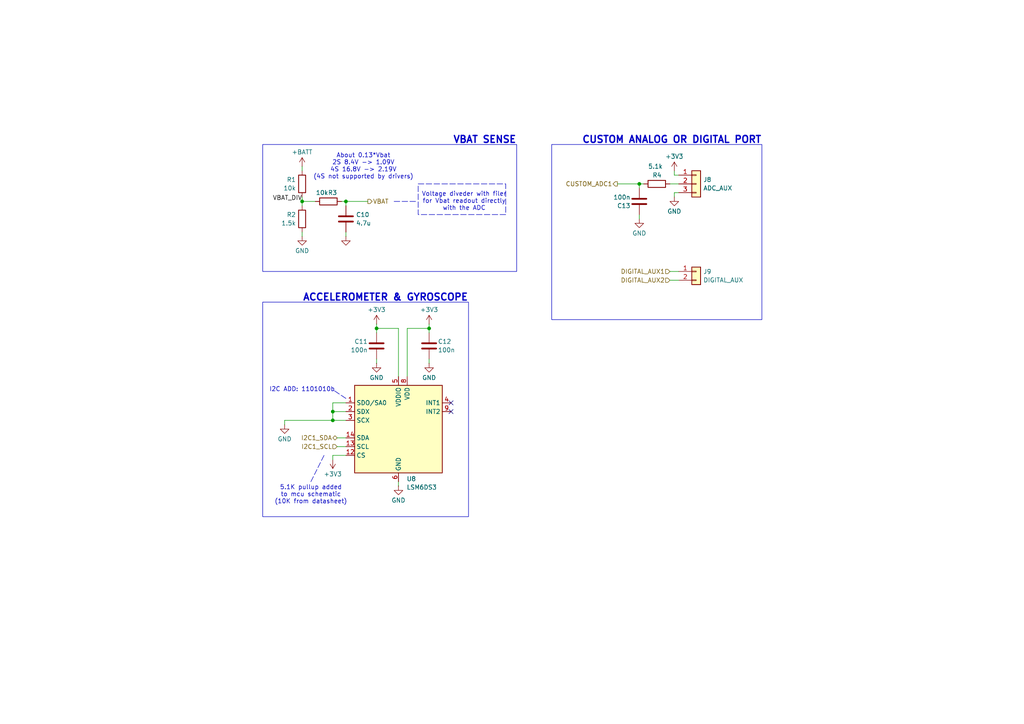
<source format=kicad_sch>
(kicad_sch
	(version 20250114)
	(generator "eeschema")
	(generator_version "9.0")
	(uuid "c7f7f791-9a84-46ad-b66b-2fa59e92b8e1")
	(paper "A4")
	(title_block
		(title "Ant Robot control board")
		(date "2025-05-05")
		(rev "2.0")
		(company "Filippo Castellan")
	)
	(lib_symbols
		(symbol "Connector_Generic:Conn_01x02"
			(pin_names
				(offset 1.016)
				(hide yes)
			)
			(exclude_from_sim no)
			(in_bom yes)
			(on_board yes)
			(property "Reference" "J"
				(at 0 2.54 0)
				(effects
					(font
						(size 1.27 1.27)
					)
				)
			)
			(property "Value" "Conn_01x02"
				(at 0 -5.08 0)
				(effects
					(font
						(size 1.27 1.27)
					)
				)
			)
			(property "Footprint" ""
				(at 0 0 0)
				(effects
					(font
						(size 1.27 1.27)
					)
					(hide yes)
				)
			)
			(property "Datasheet" "~"
				(at 0 0 0)
				(effects
					(font
						(size 1.27 1.27)
					)
					(hide yes)
				)
			)
			(property "Description" "Generic connector, single row, 01x02, script generated (kicad-library-utils/schlib/autogen/connector/)"
				(at 0 0 0)
				(effects
					(font
						(size 1.27 1.27)
					)
					(hide yes)
				)
			)
			(property "ki_keywords" "connector"
				(at 0 0 0)
				(effects
					(font
						(size 1.27 1.27)
					)
					(hide yes)
				)
			)
			(property "ki_fp_filters" "Connector*:*_1x??_*"
				(at 0 0 0)
				(effects
					(font
						(size 1.27 1.27)
					)
					(hide yes)
				)
			)
			(symbol "Conn_01x02_1_1"
				(rectangle
					(start -1.27 1.27)
					(end 1.27 -3.81)
					(stroke
						(width 0.254)
						(type default)
					)
					(fill
						(type background)
					)
				)
				(rectangle
					(start -1.27 0.127)
					(end 0 -0.127)
					(stroke
						(width 0.1524)
						(type default)
					)
					(fill
						(type none)
					)
				)
				(rectangle
					(start -1.27 -2.413)
					(end 0 -2.667)
					(stroke
						(width 0.1524)
						(type default)
					)
					(fill
						(type none)
					)
				)
				(pin passive line
					(at -5.08 0 0)
					(length 3.81)
					(name "Pin_1"
						(effects
							(font
								(size 1.27 1.27)
							)
						)
					)
					(number "1"
						(effects
							(font
								(size 1.27 1.27)
							)
						)
					)
				)
				(pin passive line
					(at -5.08 -2.54 0)
					(length 3.81)
					(name "Pin_2"
						(effects
							(font
								(size 1.27 1.27)
							)
						)
					)
					(number "2"
						(effects
							(font
								(size 1.27 1.27)
							)
						)
					)
				)
			)
			(embedded_fonts no)
		)
		(symbol "Connector_Generic:Conn_01x03"
			(pin_names
				(offset 1.016)
				(hide yes)
			)
			(exclude_from_sim no)
			(in_bom yes)
			(on_board yes)
			(property "Reference" "J"
				(at 0 5.08 0)
				(effects
					(font
						(size 1.27 1.27)
					)
				)
			)
			(property "Value" "Conn_01x03"
				(at 0 -5.08 0)
				(effects
					(font
						(size 1.27 1.27)
					)
				)
			)
			(property "Footprint" ""
				(at 0 0 0)
				(effects
					(font
						(size 1.27 1.27)
					)
					(hide yes)
				)
			)
			(property "Datasheet" "~"
				(at 0 0 0)
				(effects
					(font
						(size 1.27 1.27)
					)
					(hide yes)
				)
			)
			(property "Description" "Generic connector, single row, 01x03, script generated (kicad-library-utils/schlib/autogen/connector/)"
				(at 0 0 0)
				(effects
					(font
						(size 1.27 1.27)
					)
					(hide yes)
				)
			)
			(property "ki_keywords" "connector"
				(at 0 0 0)
				(effects
					(font
						(size 1.27 1.27)
					)
					(hide yes)
				)
			)
			(property "ki_fp_filters" "Connector*:*_1x??_*"
				(at 0 0 0)
				(effects
					(font
						(size 1.27 1.27)
					)
					(hide yes)
				)
			)
			(symbol "Conn_01x03_1_1"
				(rectangle
					(start -1.27 3.81)
					(end 1.27 -3.81)
					(stroke
						(width 0.254)
						(type default)
					)
					(fill
						(type background)
					)
				)
				(rectangle
					(start -1.27 2.667)
					(end 0 2.413)
					(stroke
						(width 0.1524)
						(type default)
					)
					(fill
						(type none)
					)
				)
				(rectangle
					(start -1.27 0.127)
					(end 0 -0.127)
					(stroke
						(width 0.1524)
						(type default)
					)
					(fill
						(type none)
					)
				)
				(rectangle
					(start -1.27 -2.413)
					(end 0 -2.667)
					(stroke
						(width 0.1524)
						(type default)
					)
					(fill
						(type none)
					)
				)
				(pin passive line
					(at -5.08 2.54 0)
					(length 3.81)
					(name "Pin_1"
						(effects
							(font
								(size 1.27 1.27)
							)
						)
					)
					(number "1"
						(effects
							(font
								(size 1.27 1.27)
							)
						)
					)
				)
				(pin passive line
					(at -5.08 0 0)
					(length 3.81)
					(name "Pin_2"
						(effects
							(font
								(size 1.27 1.27)
							)
						)
					)
					(number "2"
						(effects
							(font
								(size 1.27 1.27)
							)
						)
					)
				)
				(pin passive line
					(at -5.08 -2.54 0)
					(length 3.81)
					(name "Pin_3"
						(effects
							(font
								(size 1.27 1.27)
							)
						)
					)
					(number "3"
						(effects
							(font
								(size 1.27 1.27)
							)
						)
					)
				)
			)
			(embedded_fonts no)
		)
		(symbol "Device:C"
			(pin_numbers
				(hide yes)
			)
			(pin_names
				(offset 0.254)
			)
			(exclude_from_sim no)
			(in_bom yes)
			(on_board yes)
			(property "Reference" "C"
				(at 0.635 2.54 0)
				(effects
					(font
						(size 1.27 1.27)
					)
					(justify left)
				)
			)
			(property "Value" "C"
				(at 0.635 -2.54 0)
				(effects
					(font
						(size 1.27 1.27)
					)
					(justify left)
				)
			)
			(property "Footprint" ""
				(at 0.9652 -3.81 0)
				(effects
					(font
						(size 1.27 1.27)
					)
					(hide yes)
				)
			)
			(property "Datasheet" "~"
				(at 0 0 0)
				(effects
					(font
						(size 1.27 1.27)
					)
					(hide yes)
				)
			)
			(property "Description" "Unpolarized capacitor"
				(at 0 0 0)
				(effects
					(font
						(size 1.27 1.27)
					)
					(hide yes)
				)
			)
			(property "ki_keywords" "cap capacitor"
				(at 0 0 0)
				(effects
					(font
						(size 1.27 1.27)
					)
					(hide yes)
				)
			)
			(property "ki_fp_filters" "C_*"
				(at 0 0 0)
				(effects
					(font
						(size 1.27 1.27)
					)
					(hide yes)
				)
			)
			(symbol "C_0_1"
				(polyline
					(pts
						(xy -2.032 0.762) (xy 2.032 0.762)
					)
					(stroke
						(width 0.508)
						(type default)
					)
					(fill
						(type none)
					)
				)
				(polyline
					(pts
						(xy -2.032 -0.762) (xy 2.032 -0.762)
					)
					(stroke
						(width 0.508)
						(type default)
					)
					(fill
						(type none)
					)
				)
			)
			(symbol "C_1_1"
				(pin passive line
					(at 0 3.81 270)
					(length 2.794)
					(name "~"
						(effects
							(font
								(size 1.27 1.27)
							)
						)
					)
					(number "1"
						(effects
							(font
								(size 1.27 1.27)
							)
						)
					)
				)
				(pin passive line
					(at 0 -3.81 90)
					(length 2.794)
					(name "~"
						(effects
							(font
								(size 1.27 1.27)
							)
						)
					)
					(number "2"
						(effects
							(font
								(size 1.27 1.27)
							)
						)
					)
				)
			)
			(embedded_fonts no)
		)
		(symbol "Device:R"
			(pin_numbers
				(hide yes)
			)
			(pin_names
				(offset 0)
			)
			(exclude_from_sim no)
			(in_bom yes)
			(on_board yes)
			(property "Reference" "R"
				(at 2.032 0 90)
				(effects
					(font
						(size 1.27 1.27)
					)
				)
			)
			(property "Value" "R"
				(at 0 0 90)
				(effects
					(font
						(size 1.27 1.27)
					)
				)
			)
			(property "Footprint" ""
				(at -1.778 0 90)
				(effects
					(font
						(size 1.27 1.27)
					)
					(hide yes)
				)
			)
			(property "Datasheet" "~"
				(at 0 0 0)
				(effects
					(font
						(size 1.27 1.27)
					)
					(hide yes)
				)
			)
			(property "Description" "Resistor"
				(at 0 0 0)
				(effects
					(font
						(size 1.27 1.27)
					)
					(hide yes)
				)
			)
			(property "ki_keywords" "R res resistor"
				(at 0 0 0)
				(effects
					(font
						(size 1.27 1.27)
					)
					(hide yes)
				)
			)
			(property "ki_fp_filters" "R_*"
				(at 0 0 0)
				(effects
					(font
						(size 1.27 1.27)
					)
					(hide yes)
				)
			)
			(symbol "R_0_1"
				(rectangle
					(start -1.016 -2.54)
					(end 1.016 2.54)
					(stroke
						(width 0.254)
						(type default)
					)
					(fill
						(type none)
					)
				)
			)
			(symbol "R_1_1"
				(pin passive line
					(at 0 3.81 270)
					(length 1.27)
					(name "~"
						(effects
							(font
								(size 1.27 1.27)
							)
						)
					)
					(number "1"
						(effects
							(font
								(size 1.27 1.27)
							)
						)
					)
				)
				(pin passive line
					(at 0 -3.81 90)
					(length 1.27)
					(name "~"
						(effects
							(font
								(size 1.27 1.27)
							)
						)
					)
					(number "2"
						(effects
							(font
								(size 1.27 1.27)
							)
						)
					)
				)
			)
			(embedded_fonts no)
		)
		(symbol "Sensor_Motion:LSM6DS3"
			(exclude_from_sim no)
			(in_bom yes)
			(on_board yes)
			(property "Reference" "U"
				(at -11.43 15.24 0)
				(effects
					(font
						(size 1.27 1.27)
					)
					(justify left)
				)
			)
			(property "Value" "LSM6DS3"
				(at -11.43 12.7 0)
				(effects
					(font
						(size 1.27 1.27)
					)
					(justify left bottom)
				)
			)
			(property "Footprint" "Package_LGA:LGA-14_3x2.5mm_P0.5mm_LayoutBorder3x4y"
				(at -10.16 -17.78 0)
				(effects
					(font
						(size 1.27 1.27)
					)
					(justify left)
					(hide yes)
				)
			)
			(property "Datasheet" "https://www.st.com/resource/en/datasheet/lsm6ds3tr-c.pdf"
				(at 2.54 -16.51 0)
				(effects
					(font
						(size 1.27 1.27)
					)
					(hide yes)
				)
			)
			(property "Description" "I2C/SPI, iNEMO inertial module: always-on 3D accelerometer and 3D gyroscope"
				(at 0 0 0)
				(effects
					(font
						(size 1.27 1.27)
					)
					(hide yes)
				)
			)
			(property "ki_keywords" "Accelerometer Gyroscope MEMS"
				(at 0 0 0)
				(effects
					(font
						(size 1.27 1.27)
					)
					(hide yes)
				)
			)
			(property "ki_fp_filters" "LGA*3x2.5mm*P0.5mm*LayoutBorder3x4y*"
				(at 0 0 0)
				(effects
					(font
						(size 1.27 1.27)
					)
					(hide yes)
				)
			)
			(symbol "LSM6DS3_0_1"
				(rectangle
					(start -12.7 12.7)
					(end 12.7 -12.7)
					(stroke
						(width 0.254)
						(type default)
					)
					(fill
						(type background)
					)
				)
			)
			(symbol "LSM6DS3_1_1"
				(pin bidirectional line
					(at -15.24 7.62 0)
					(length 2.54)
					(name "SDO/SA0"
						(effects
							(font
								(size 1.27 1.27)
							)
						)
					)
					(number "1"
						(effects
							(font
								(size 1.27 1.27)
							)
						)
					)
				)
				(pin bidirectional line
					(at -15.24 5.08 0)
					(length 2.54)
					(name "SDX"
						(effects
							(font
								(size 1.27 1.27)
							)
						)
					)
					(number "2"
						(effects
							(font
								(size 1.27 1.27)
							)
						)
					)
				)
				(pin input line
					(at -15.24 2.54 0)
					(length 2.54)
					(name "SCX"
						(effects
							(font
								(size 1.27 1.27)
							)
						)
					)
					(number "3"
						(effects
							(font
								(size 1.27 1.27)
							)
						)
					)
				)
				(pin bidirectional line
					(at -15.24 -2.54 0)
					(length 2.54)
					(name "SDA"
						(effects
							(font
								(size 1.27 1.27)
							)
						)
					)
					(number "14"
						(effects
							(font
								(size 1.27 1.27)
							)
						)
					)
				)
				(pin input line
					(at -15.24 -5.08 0)
					(length 2.54)
					(name "SCL"
						(effects
							(font
								(size 1.27 1.27)
							)
						)
					)
					(number "13"
						(effects
							(font
								(size 1.27 1.27)
							)
						)
					)
				)
				(pin input line
					(at -15.24 -7.62 0)
					(length 2.54)
					(name "CS"
						(effects
							(font
								(size 1.27 1.27)
							)
						)
					)
					(number "12"
						(effects
							(font
								(size 1.27 1.27)
							)
						)
					)
				)
				(pin power_in line
					(at 0 15.24 270)
					(length 2.54)
					(name "VDDIO"
						(effects
							(font
								(size 1.27 1.27)
							)
						)
					)
					(number "5"
						(effects
							(font
								(size 1.27 1.27)
							)
						)
					)
				)
				(pin power_in line
					(at 0 -15.24 90)
					(length 2.54)
					(name "GND"
						(effects
							(font
								(size 1.27 1.27)
							)
						)
					)
					(number "6"
						(effects
							(font
								(size 1.27 1.27)
							)
						)
					)
				)
				(pin passive line
					(at 0 -15.24 90)
					(length 2.54)
					(hide yes)
					(name "GND"
						(effects
							(font
								(size 1.27 1.27)
							)
						)
					)
					(number "7"
						(effects
							(font
								(size 1.27 1.27)
							)
						)
					)
				)
				(pin power_in line
					(at 2.54 15.24 270)
					(length 2.54)
					(name "VDD"
						(effects
							(font
								(size 1.27 1.27)
							)
						)
					)
					(number "8"
						(effects
							(font
								(size 1.27 1.27)
							)
						)
					)
				)
				(pin no_connect line
					(at 12.7 -2.54 180)
					(length 3.81)
					(hide yes)
					(name "NC"
						(effects
							(font
								(size 1.27 1.27)
							)
						)
					)
					(number "11"
						(effects
							(font
								(size 1.27 1.27)
							)
						)
					)
				)
				(pin no_connect line
					(at 12.7 -5.08 180)
					(length 3.81)
					(hide yes)
					(name "NC"
						(effects
							(font
								(size 1.27 1.27)
							)
						)
					)
					(number "10"
						(effects
							(font
								(size 1.27 1.27)
							)
						)
					)
				)
				(pin output line
					(at 15.24 7.62 180)
					(length 2.54)
					(name "INT1"
						(effects
							(font
								(size 1.27 1.27)
							)
						)
					)
					(number "4"
						(effects
							(font
								(size 1.27 1.27)
							)
						)
					)
				)
				(pin output line
					(at 15.24 5.08 180)
					(length 2.54)
					(name "INT2"
						(effects
							(font
								(size 1.27 1.27)
							)
						)
					)
					(number "9"
						(effects
							(font
								(size 1.27 1.27)
							)
						)
					)
				)
			)
			(embedded_fonts no)
		)
		(symbol "power:+3V3"
			(power)
			(pin_numbers
				(hide yes)
			)
			(pin_names
				(offset 0)
				(hide yes)
			)
			(exclude_from_sim no)
			(in_bom yes)
			(on_board yes)
			(property "Reference" "#PWR"
				(at 0 -3.81 0)
				(effects
					(font
						(size 1.27 1.27)
					)
					(hide yes)
				)
			)
			(property "Value" "+3V3"
				(at 0 3.556 0)
				(effects
					(font
						(size 1.27 1.27)
					)
				)
			)
			(property "Footprint" ""
				(at 0 0 0)
				(effects
					(font
						(size 1.27 1.27)
					)
					(hide yes)
				)
			)
			(property "Datasheet" ""
				(at 0 0 0)
				(effects
					(font
						(size 1.27 1.27)
					)
					(hide yes)
				)
			)
			(property "Description" "Power symbol creates a global label with name \"+3V3\""
				(at 0 0 0)
				(effects
					(font
						(size 1.27 1.27)
					)
					(hide yes)
				)
			)
			(property "ki_keywords" "global power"
				(at 0 0 0)
				(effects
					(font
						(size 1.27 1.27)
					)
					(hide yes)
				)
			)
			(symbol "+3V3_0_1"
				(polyline
					(pts
						(xy -0.762 1.27) (xy 0 2.54)
					)
					(stroke
						(width 0)
						(type default)
					)
					(fill
						(type none)
					)
				)
				(polyline
					(pts
						(xy 0 2.54) (xy 0.762 1.27)
					)
					(stroke
						(width 0)
						(type default)
					)
					(fill
						(type none)
					)
				)
				(polyline
					(pts
						(xy 0 0) (xy 0 2.54)
					)
					(stroke
						(width 0)
						(type default)
					)
					(fill
						(type none)
					)
				)
			)
			(symbol "+3V3_1_1"
				(pin power_in line
					(at 0 0 90)
					(length 0)
					(name "~"
						(effects
							(font
								(size 1.27 1.27)
							)
						)
					)
					(number "1"
						(effects
							(font
								(size 1.27 1.27)
							)
						)
					)
				)
			)
			(embedded_fonts no)
		)
		(symbol "power:+BATT"
			(power)
			(pin_numbers
				(hide yes)
			)
			(pin_names
				(offset 0)
				(hide yes)
			)
			(exclude_from_sim no)
			(in_bom yes)
			(on_board yes)
			(property "Reference" "#PWR"
				(at 0 -3.81 0)
				(effects
					(font
						(size 1.27 1.27)
					)
					(hide yes)
				)
			)
			(property "Value" "+BATT"
				(at 0 3.556 0)
				(effects
					(font
						(size 1.27 1.27)
					)
				)
			)
			(property "Footprint" ""
				(at 0 0 0)
				(effects
					(font
						(size 1.27 1.27)
					)
					(hide yes)
				)
			)
			(property "Datasheet" ""
				(at 0 0 0)
				(effects
					(font
						(size 1.27 1.27)
					)
					(hide yes)
				)
			)
			(property "Description" "Power symbol creates a global label with name \"+BATT\""
				(at 0 0 0)
				(effects
					(font
						(size 1.27 1.27)
					)
					(hide yes)
				)
			)
			(property "ki_keywords" "global power battery"
				(at 0 0 0)
				(effects
					(font
						(size 1.27 1.27)
					)
					(hide yes)
				)
			)
			(symbol "+BATT_0_1"
				(polyline
					(pts
						(xy -0.762 1.27) (xy 0 2.54)
					)
					(stroke
						(width 0)
						(type default)
					)
					(fill
						(type none)
					)
				)
				(polyline
					(pts
						(xy 0 2.54) (xy 0.762 1.27)
					)
					(stroke
						(width 0)
						(type default)
					)
					(fill
						(type none)
					)
				)
				(polyline
					(pts
						(xy 0 0) (xy 0 2.54)
					)
					(stroke
						(width 0)
						(type default)
					)
					(fill
						(type none)
					)
				)
			)
			(symbol "+BATT_1_1"
				(pin power_in line
					(at 0 0 90)
					(length 0)
					(name "~"
						(effects
							(font
								(size 1.27 1.27)
							)
						)
					)
					(number "1"
						(effects
							(font
								(size 1.27 1.27)
							)
						)
					)
				)
			)
			(embedded_fonts no)
		)
		(symbol "power:GND"
			(power)
			(pin_numbers
				(hide yes)
			)
			(pin_names
				(offset 0)
				(hide yes)
			)
			(exclude_from_sim no)
			(in_bom yes)
			(on_board yes)
			(property "Reference" "#PWR"
				(at 0 -6.35 0)
				(effects
					(font
						(size 1.27 1.27)
					)
					(hide yes)
				)
			)
			(property "Value" "GND"
				(at 0 -3.81 0)
				(effects
					(font
						(size 1.27 1.27)
					)
				)
			)
			(property "Footprint" ""
				(at 0 0 0)
				(effects
					(font
						(size 1.27 1.27)
					)
					(hide yes)
				)
			)
			(property "Datasheet" ""
				(at 0 0 0)
				(effects
					(font
						(size 1.27 1.27)
					)
					(hide yes)
				)
			)
			(property "Description" "Power symbol creates a global label with name \"GND\" , ground"
				(at 0 0 0)
				(effects
					(font
						(size 1.27 1.27)
					)
					(hide yes)
				)
			)
			(property "ki_keywords" "global power"
				(at 0 0 0)
				(effects
					(font
						(size 1.27 1.27)
					)
					(hide yes)
				)
			)
			(symbol "GND_0_1"
				(polyline
					(pts
						(xy 0 0) (xy 0 -1.27) (xy 1.27 -1.27) (xy 0 -2.54) (xy -1.27 -1.27) (xy 0 -1.27)
					)
					(stroke
						(width 0)
						(type default)
					)
					(fill
						(type none)
					)
				)
			)
			(symbol "GND_1_1"
				(pin power_in line
					(at 0 0 270)
					(length 0)
					(name "~"
						(effects
							(font
								(size 1.27 1.27)
							)
						)
					)
					(number "1"
						(effects
							(font
								(size 1.27 1.27)
							)
						)
					)
				)
			)
			(embedded_fonts no)
		)
	)
	(rectangle
		(start 160.02 41.91)
		(end 220.98 92.71)
		(stroke
			(width 0)
			(type default)
		)
		(fill
			(type none)
		)
		(uuid 147d26a2-586c-4024-bbc9-347bb101f8bd)
	)
	(rectangle
		(start 76.2 41.91)
		(end 149.86 78.74)
		(stroke
			(width 0)
			(type default)
		)
		(fill
			(type none)
		)
		(uuid 8b80aa8e-84f0-4e8e-b7b9-3cc9aedff0f5)
	)
	(rectangle
		(start 121.285 53.34)
		(end 146.685 62.23)
		(stroke
			(width 0)
			(type dash)
		)
		(fill
			(type none)
		)
		(uuid c08d291e-8768-4632-90f7-38bd89884bf6)
	)
	(rectangle
		(start 76.2 87.63)
		(end 135.89 149.86)
		(stroke
			(width 0)
			(type default)
		)
		(fill
			(type none)
		)
		(uuid edbcd1da-0be3-4b1b-9457-a701a9967d81)
	)
	(text "VBAT SENSE"
		(exclude_from_sim no)
		(at 149.86 40.64 0)
		(effects
			(font
				(size 2 2)
				(thickness 0.4)
				(bold yes)
			)
			(justify right)
		)
		(uuid "06bacd71-092d-436c-861f-99836a1a3679")
	)
	(text "About 0.13*Vbat\n2S 8.4V -> 1.09V\n4S 16.8V -> 2.19V\n(4S not supported by drivers)"
		(exclude_from_sim no)
		(at 105.41 48.26 0)
		(effects
			(font
				(size 1.27 1.27)
			)
		)
		(uuid "198207cd-8b38-477b-bce8-a8ce8e19b4e1")
	)
	(text "Voltage diveder with filer\nfor Vbat readout directly\nwith the ADC"
		(exclude_from_sim no)
		(at 134.62 58.42 0)
		(effects
			(font
				(size 1.27 1.27)
			)
		)
		(uuid "9507672b-c31b-4b05-9dcd-55c3584f21dd")
	)
	(text "CUSTOM ANALOG OR DIGITAL PORT"
		(exclude_from_sim no)
		(at 220.98 40.64 0)
		(effects
			(font
				(size 2 2)
				(thickness 0.4)
				(bold yes)
			)
			(justify right)
		)
		(uuid "b4aff678-b5a7-4a33-ad0b-63ddd8ba026b")
	)
	(text "ACCELEROMETER & GYROSCOPE"
		(exclude_from_sim no)
		(at 135.89 86.36 0)
		(effects
			(font
				(size 2 2)
				(thickness 0.4)
				(bold yes)
			)
			(justify right)
		)
		(uuid "bb31a74f-dad5-4ab0-aafa-8c2bd498b58e")
	)
	(text "5.1K pullup added\nto mcu schematic\n(10K from datasheet)"
		(exclude_from_sim no)
		(at 90.17 143.51 0)
		(effects
			(font
				(size 1.27 1.27)
			)
		)
		(uuid "bb987c1e-ccd2-4c5f-8497-9ec7854c1d5d")
	)
	(text "I2C ADD: 1101010b"
		(exclude_from_sim no)
		(at 87.63 113.03 0)
		(effects
			(font
				(size 1.27 1.27)
			)
		)
		(uuid "f743acaf-1482-4541-86f2-0331b1f8a2f3")
	)
	(junction
		(at 109.22 95.25)
		(diameter 0)
		(color 0 0 0 0)
		(uuid "1b8f6d6e-a270-4226-982c-e4bd9500955b")
	)
	(junction
		(at 100.33 58.42)
		(diameter 0)
		(color 0 0 0 0)
		(uuid "57ad2b89-c584-4bdc-835d-bd5fe292897a")
	)
	(junction
		(at 124.46 95.25)
		(diameter 0)
		(color 0 0 0 0)
		(uuid "993187be-20ff-4be5-9a3e-33251588579e")
	)
	(junction
		(at 87.63 58.42)
		(diameter 0)
		(color 0 0 0 0)
		(uuid "abec046d-b20f-4959-9526-f3d6c3521c16")
	)
	(junction
		(at 185.42 53.34)
		(diameter 0)
		(color 0 0 0 0)
		(uuid "be06ec5d-8685-4d2e-9284-1654e6974a29")
	)
	(junction
		(at 96.52 119.38)
		(diameter 0)
		(color 0 0 0 0)
		(uuid "e68e63f3-f039-4cdd-ac81-924b7daa00dc")
	)
	(junction
		(at 96.52 121.92)
		(diameter 0)
		(color 0 0 0 0)
		(uuid "ec2ca153-c178-4e6f-aafd-ac59adebc210")
	)
	(no_connect
		(at 130.81 119.38)
		(uuid "861ce678-e2d6-4da4-840c-cc2ec5f8d87f")
	)
	(no_connect
		(at 130.81 116.84)
		(uuid "c1580fe1-19e0-47ed-a1c1-d5da2d4c2884")
	)
	(wire
		(pts
			(xy 185.42 62.23) (xy 185.42 63.5)
		)
		(stroke
			(width 0)
			(type default)
		)
		(uuid "1dfd6229-7d7f-410c-a01d-c87b9b9aa797")
	)
	(wire
		(pts
			(xy 87.63 58.42) (xy 87.63 59.69)
		)
		(stroke
			(width 0)
			(type default)
		)
		(uuid "22cd9104-9a14-4f57-941c-ff628eedae50")
	)
	(wire
		(pts
			(xy 96.52 132.08) (xy 100.33 132.08)
		)
		(stroke
			(width 0)
			(type default)
		)
		(uuid "264821d6-922c-43d6-92c3-aaade474a527")
	)
	(wire
		(pts
			(xy 194.31 81.28) (xy 196.85 81.28)
		)
		(stroke
			(width 0)
			(type default)
		)
		(uuid "2ade0ea9-f914-4014-9c80-f41cf1f3b226")
	)
	(wire
		(pts
			(xy 87.63 48.26) (xy 87.63 49.53)
		)
		(stroke
			(width 0)
			(type default)
		)
		(uuid "2b287f56-f28a-4a58-a53e-5494e67621ef")
	)
	(wire
		(pts
			(xy 87.63 58.42) (xy 91.44 58.42)
		)
		(stroke
			(width 0)
			(type default)
		)
		(uuid "2e661532-2d69-4073-beb5-1ee6cbe0b20b")
	)
	(wire
		(pts
			(xy 118.11 95.25) (xy 124.46 95.25)
		)
		(stroke
			(width 0)
			(type default)
		)
		(uuid "3616ae68-f73e-40ed-b440-7ad80fcd5b12")
	)
	(wire
		(pts
			(xy 97.79 127) (xy 100.33 127)
		)
		(stroke
			(width 0)
			(type default)
		)
		(uuid "43c60ec9-87c5-4332-b8fd-b6119f1a5e5e")
	)
	(wire
		(pts
			(xy 82.55 123.19) (xy 82.55 121.92)
		)
		(stroke
			(width 0)
			(type default)
		)
		(uuid "4fbb3480-f7bc-437f-8c47-e10587543249")
	)
	(wire
		(pts
			(xy 118.11 109.22) (xy 118.11 95.25)
		)
		(stroke
			(width 0)
			(type default)
		)
		(uuid "53d9509e-5e52-40f6-9ab7-fecd13e6e924")
	)
	(wire
		(pts
			(xy 100.33 119.38) (xy 96.52 119.38)
		)
		(stroke
			(width 0)
			(type default)
		)
		(uuid "55b2dd7f-b86f-4144-beba-e8682bf7fe69")
	)
	(wire
		(pts
			(xy 115.57 95.25) (xy 115.57 109.22)
		)
		(stroke
			(width 0)
			(type default)
		)
		(uuid "57cd8305-7e6f-433d-a9b8-feb03f5744b0")
	)
	(wire
		(pts
			(xy 195.58 50.8) (xy 196.85 50.8)
		)
		(stroke
			(width 0)
			(type default)
		)
		(uuid "59e83c8e-13df-4486-8c20-126fa625abf6")
	)
	(wire
		(pts
			(xy 186.69 53.34) (xy 185.42 53.34)
		)
		(stroke
			(width 0)
			(type default)
		)
		(uuid "5d6d2cd5-c95e-46cd-8fea-f79190d1b7e8")
	)
	(polyline
		(pts
			(xy 100.33 115.57) (xy 96.52 113.03)
		)
		(stroke
			(width 0)
			(type dash)
		)
		(uuid "5f18b53b-a238-4ffd-bd9b-c826fe09511a")
	)
	(wire
		(pts
			(xy 96.52 121.92) (xy 100.33 121.92)
		)
		(stroke
			(width 0)
			(type default)
		)
		(uuid "64579b90-d8d8-4782-9bd5-7c47062c4cb3")
	)
	(wire
		(pts
			(xy 99.06 58.42) (xy 100.33 58.42)
		)
		(stroke
			(width 0)
			(type default)
		)
		(uuid "73b91866-1c24-4ce2-bae8-c725a6f9f858")
	)
	(wire
		(pts
			(xy 109.22 104.14) (xy 109.22 105.41)
		)
		(stroke
			(width 0)
			(type default)
		)
		(uuid "77a2e1d9-486c-41da-b1ad-c7d16a861c5a")
	)
	(wire
		(pts
			(xy 185.42 53.34) (xy 185.42 54.61)
		)
		(stroke
			(width 0)
			(type default)
		)
		(uuid "7d8047e6-3eb0-4eb8-bf45-9767e14b599d")
	)
	(wire
		(pts
			(xy 96.52 116.84) (xy 96.52 119.38)
		)
		(stroke
			(width 0)
			(type default)
		)
		(uuid "870a4c30-a32e-4e8f-9063-84d594850175")
	)
	(wire
		(pts
			(xy 194.31 78.74) (xy 196.85 78.74)
		)
		(stroke
			(width 0)
			(type default)
		)
		(uuid "891cb806-7b52-4379-854b-4f41354c427d")
	)
	(wire
		(pts
			(xy 109.22 95.25) (xy 109.22 96.52)
		)
		(stroke
			(width 0)
			(type default)
		)
		(uuid "93ce0ae0-1fe1-4cdc-86ad-e417e7732f4e")
	)
	(wire
		(pts
			(xy 124.46 96.52) (xy 124.46 95.25)
		)
		(stroke
			(width 0)
			(type default)
		)
		(uuid "94d282c1-55ea-4181-999b-99976bd177cf")
	)
	(wire
		(pts
			(xy 100.33 67.31) (xy 100.33 68.58)
		)
		(stroke
			(width 0)
			(type default)
		)
		(uuid "9a7222ee-2a6d-455e-b71f-6398e665d080")
	)
	(polyline
		(pts
			(xy 93.98 132.08) (xy 90.17 139.7)
		)
		(stroke
			(width 0)
			(type dash)
		)
		(uuid "9a75ba00-191b-42e1-8f31-aabb50431f37")
	)
	(wire
		(pts
			(xy 194.31 53.34) (xy 196.85 53.34)
		)
		(stroke
			(width 0)
			(type default)
		)
		(uuid "9ccb04f3-bae4-4031-9a27-3255f386234a")
	)
	(wire
		(pts
			(xy 109.22 93.98) (xy 109.22 95.25)
		)
		(stroke
			(width 0)
			(type default)
		)
		(uuid "9e5b9d52-eafd-448a-bcdd-c905ba426436")
	)
	(wire
		(pts
			(xy 195.58 55.88) (xy 195.58 57.15)
		)
		(stroke
			(width 0)
			(type default)
		)
		(uuid "a66ca30b-6ddd-4eba-88b8-82be14cdfec6")
	)
	(wire
		(pts
			(xy 115.57 95.25) (xy 109.22 95.25)
		)
		(stroke
			(width 0)
			(type default)
		)
		(uuid "a7f2dca8-d076-4bbe-9008-a3a0da440f92")
	)
	(wire
		(pts
			(xy 124.46 93.98) (xy 124.46 95.25)
		)
		(stroke
			(width 0)
			(type default)
		)
		(uuid "a80dfe23-f97f-4323-810e-be6a9f9ddf62")
	)
	(polyline
		(pts
			(xy 114.3 58.42) (xy 120.65 58.42)
		)
		(stroke
			(width 0)
			(type dash)
		)
		(uuid "ae6380f2-c2de-40b3-b211-33548e460424")
	)
	(wire
		(pts
			(xy 87.63 57.15) (xy 87.63 58.42)
		)
		(stroke
			(width 0)
			(type default)
		)
		(uuid "b32c01e5-1318-4984-9ed6-d63bdf8e8d8a")
	)
	(wire
		(pts
			(xy 124.46 104.14) (xy 124.46 105.41)
		)
		(stroke
			(width 0)
			(type default)
		)
		(uuid "b88aadc0-e56c-42cf-98a2-412674b3b466")
	)
	(wire
		(pts
			(xy 96.52 119.38) (xy 96.52 121.92)
		)
		(stroke
			(width 0)
			(type default)
		)
		(uuid "c2940e91-a2f6-4b6a-ad29-b243d577bb9d")
	)
	(wire
		(pts
			(xy 195.58 49.53) (xy 195.58 50.8)
		)
		(stroke
			(width 0)
			(type default)
		)
		(uuid "c9ace0d2-9802-49a6-8276-ecd661c163c4")
	)
	(wire
		(pts
			(xy 100.33 58.42) (xy 100.33 59.69)
		)
		(stroke
			(width 0)
			(type default)
		)
		(uuid "cea92fec-8908-4d3d-832b-254e5294ecb8")
	)
	(wire
		(pts
			(xy 87.63 67.31) (xy 87.63 68.58)
		)
		(stroke
			(width 0)
			(type default)
		)
		(uuid "d0860030-6412-4dc0-8f2e-39f71824a21d")
	)
	(wire
		(pts
			(xy 115.57 139.7) (xy 115.57 140.97)
		)
		(stroke
			(width 0)
			(type default)
		)
		(uuid "d54c9d98-3b69-4315-bf28-1dec2a7d7aa8")
	)
	(wire
		(pts
			(xy 196.85 55.88) (xy 195.58 55.88)
		)
		(stroke
			(width 0)
			(type default)
		)
		(uuid "d555ca45-65f6-46fa-bed5-674e46bafcd2")
	)
	(wire
		(pts
			(xy 96.52 121.92) (xy 82.55 121.92)
		)
		(stroke
			(width 0)
			(type default)
		)
		(uuid "db59e6a6-ef4a-4db4-a9bf-cdd2eea33b0a")
	)
	(wire
		(pts
			(xy 96.52 133.35) (xy 96.52 132.08)
		)
		(stroke
			(width 0)
			(type default)
		)
		(uuid "dc0a134f-6df7-41ea-a9b2-11a83767264e")
	)
	(wire
		(pts
			(xy 179.07 53.34) (xy 185.42 53.34)
		)
		(stroke
			(width 0)
			(type default)
		)
		(uuid "e04c29a1-59db-4f50-bd16-db525f555852")
	)
	(wire
		(pts
			(xy 100.33 116.84) (xy 96.52 116.84)
		)
		(stroke
			(width 0)
			(type default)
		)
		(uuid "e33fc443-f4ee-42c3-a112-e612690788a4")
	)
	(wire
		(pts
			(xy 97.79 129.54) (xy 100.33 129.54)
		)
		(stroke
			(width 0)
			(type default)
		)
		(uuid "e6f634a6-ba5f-411f-a929-6165a8365297")
	)
	(wire
		(pts
			(xy 106.68 58.42) (xy 100.33 58.42)
		)
		(stroke
			(width 0)
			(type default)
		)
		(uuid "eae00ea7-6e6a-4b4d-aa9e-9a764fe2b23e")
	)
	(label "VBAT_DIV"
		(at 87.63 58.42 180)
		(effects
			(font
				(size 1.27 1.27)
			)
			(justify right bottom)
		)
		(uuid "276d854c-60bf-4253-8e52-b3d65a33b636")
	)
	(hierarchical_label "DIGITAL_AUX2"
		(shape input)
		(at 194.31 81.28 180)
		(effects
			(font
				(size 1.27 1.27)
			)
			(justify right)
		)
		(uuid "1b60531c-f691-49f0-b83e-21b9a07a189d")
	)
	(hierarchical_label "I2C1_SCL"
		(shape input)
		(at 97.79 129.54 180)
		(effects
			(font
				(size 1.27 1.27)
			)
			(justify right)
		)
		(uuid "58db6f4f-c644-491c-ae0b-ddb22169e6d0")
	)
	(hierarchical_label "I2C1_SDA"
		(shape bidirectional)
		(at 97.79 127 180)
		(effects
			(font
				(size 1.27 1.27)
			)
			(justify right)
		)
		(uuid "67a80ba7-fb07-4844-b66f-1d019682cfac")
	)
	(hierarchical_label "DIGITAL_AUX1"
		(shape input)
		(at 194.31 78.74 180)
		(effects
			(font
				(size 1.27 1.27)
			)
			(justify right)
		)
		(uuid "7472f606-95b9-4e58-8f95-72abd65f12f7")
	)
	(hierarchical_label "CUSTOM_ADC1"
		(shape output)
		(at 179.07 53.34 180)
		(effects
			(font
				(size 1.27 1.27)
				(thickness 0.1588)
			)
			(justify right)
		)
		(uuid "d08a4797-c7c7-4c7a-952d-fa0a3ae94759")
	)
	(hierarchical_label "VBAT"
		(shape output)
		(at 106.68 58.42 0)
		(effects
			(font
				(size 1.27 1.27)
				(thickness 0.1588)
			)
			(justify left)
		)
		(uuid "d467a0f4-7f39-45c7-8cc5-24b2b56ee44f")
	)
	(symbol
		(lib_id "Sensor_Motion:LSM6DS3")
		(at 115.57 124.46 0)
		(unit 1)
		(exclude_from_sim no)
		(in_bom yes)
		(on_board yes)
		(dnp no)
		(fields_autoplaced yes)
		(uuid "1455d691-25bb-47e9-a785-0405ef86f2aa")
		(property "Reference" "U8"
			(at 117.9232 138.8908 0)
			(effects
				(font
					(size 1.27 1.27)
				)
				(justify left)
			)
		)
		(property "Value" "LSM6DS3"
			(at 117.9232 141.3364 0)
			(effects
				(font
					(size 1.27 1.27)
				)
				(justify left)
			)
		)
		(property "Footprint" "Package_LGA:LGA-14_3x2.5mm_P0.5mm_LayoutBorder3x4y"
			(at 105.41 142.24 0)
			(effects
				(font
					(size 1.27 1.27)
				)
				(justify left)
				(hide yes)
			)
		)
		(property "Datasheet" "https://www.st.com/resource/en/datasheet/lsm6ds3tr-c.pdf"
			(at 118.11 140.97 0)
			(effects
				(font
					(size 1.27 1.27)
				)
				(hide yes)
			)
		)
		(property "Description" "I2C/SPI, iNEMO inertial module: always-on 3D accelerometer and 3D gyroscope"
			(at 115.57 124.46 0)
			(effects
				(font
					(size 1.27 1.27)
				)
				(hide yes)
			)
		)
		(property "LCSC" "C967633"
			(at 115.57 124.46 0)
			(effects
				(font
					(size 1.27 1.27)
				)
				(hide yes)
			)
		)
		(pin "2"
			(uuid "0952c197-d3b8-4c58-a954-fc21053c0a5d")
		)
		(pin "10"
			(uuid "b36e10c6-0829-4996-a7df-4e2015791502")
		)
		(pin "9"
			(uuid "838014fd-2244-4cef-b064-22d762c17cc1")
		)
		(pin "11"
			(uuid "2f4b0599-7c2a-4ded-83b2-fdc2325c86e7")
		)
		(pin "4"
			(uuid "11b1d859-286e-4095-b11d-4065dc3ee96e")
		)
		(pin "1"
			(uuid "11b28a99-cb86-45e6-bdba-8b1d45553198")
		)
		(pin "13"
			(uuid "ce282b3e-d04e-470b-8b7b-82b7b7538b4a")
		)
		(pin "14"
			(uuid "a5ff88a2-a3db-4da5-bb6c-ff9c557de74f")
		)
		(pin "12"
			(uuid "9680d7bc-092d-414b-b3fa-8f7f80a8b274")
		)
		(pin "3"
			(uuid "b9809cc2-9bca-4da5-8300-b082f55b2fbf")
		)
		(pin "5"
			(uuid "5ca851d3-6962-4263-a95d-373972ab8d76")
		)
		(pin "6"
			(uuid "76c544ce-3123-4aae-a2cc-a9d074ffed64")
		)
		(pin "7"
			(uuid "3a191f0a-c0a6-4f12-a797-796e9d9c09b9")
		)
		(pin "8"
			(uuid "338bb67e-3c02-49c0-96b6-68724c8a2267")
		)
		(instances
			(project ""
				(path "/53484dc5-354c-4967-b00e-d73de62a4245/49a5e203-968c-4031-9c53-bf1710310062"
					(reference "U8")
					(unit 1)
				)
			)
		)
	)
	(symbol
		(lib_id "power:+3V3")
		(at 124.46 93.98 0)
		(unit 1)
		(exclude_from_sim no)
		(in_bom yes)
		(on_board yes)
		(dnp no)
		(fields_autoplaced yes)
		(uuid "245ae7fe-28ef-454f-940b-165000699b15")
		(property "Reference" "#PWR047"
			(at 124.46 97.79 0)
			(effects
				(font
					(size 1.27 1.27)
				)
				(hide yes)
			)
		)
		(property "Value" "+3V3"
			(at 124.46 89.8263 0)
			(effects
				(font
					(size 1.27 1.27)
				)
			)
		)
		(property "Footprint" ""
			(at 124.46 93.98 0)
			(effects
				(font
					(size 1.27 1.27)
				)
				(hide yes)
			)
		)
		(property "Datasheet" ""
			(at 124.46 93.98 0)
			(effects
				(font
					(size 1.27 1.27)
				)
				(hide yes)
			)
		)
		(property "Description" "Power symbol creates a global label with name \"+3V3\""
			(at 124.46 93.98 0)
			(effects
				(font
					(size 1.27 1.27)
				)
				(hide yes)
			)
		)
		(pin "1"
			(uuid "c87c54a2-960d-451c-a5d2-65183fc43792")
		)
		(instances
			(project "ant control board v2"
				(path "/53484dc5-354c-4967-b00e-d73de62a4245/49a5e203-968c-4031-9c53-bf1710310062"
					(reference "#PWR047")
					(unit 1)
				)
			)
		)
	)
	(symbol
		(lib_id "power:+3V3")
		(at 109.22 93.98 0)
		(unit 1)
		(exclude_from_sim no)
		(in_bom yes)
		(on_board yes)
		(dnp no)
		(fields_autoplaced yes)
		(uuid "2b0b4dca-8ff2-40a2-b221-675f6ad8f3bc")
		(property "Reference" "#PWR044"
			(at 109.22 97.79 0)
			(effects
				(font
					(size 1.27 1.27)
				)
				(hide yes)
			)
		)
		(property "Value" "+3V3"
			(at 109.22 89.8263 0)
			(effects
				(font
					(size 1.27 1.27)
				)
			)
		)
		(property "Footprint" ""
			(at 109.22 93.98 0)
			(effects
				(font
					(size 1.27 1.27)
				)
				(hide yes)
			)
		)
		(property "Datasheet" ""
			(at 109.22 93.98 0)
			(effects
				(font
					(size 1.27 1.27)
				)
				(hide yes)
			)
		)
		(property "Description" "Power symbol creates a global label with name \"+3V3\""
			(at 109.22 93.98 0)
			(effects
				(font
					(size 1.27 1.27)
				)
				(hide yes)
			)
		)
		(pin "1"
			(uuid "1d50f20f-e2c9-4883-9d3f-80cd134c7286")
		)
		(instances
			(project "ant control board v2"
				(path "/53484dc5-354c-4967-b00e-d73de62a4245/49a5e203-968c-4031-9c53-bf1710310062"
					(reference "#PWR044")
					(unit 1)
				)
			)
		)
	)
	(symbol
		(lib_id "power:GND")
		(at 124.46 105.41 0)
		(unit 1)
		(exclude_from_sim no)
		(in_bom yes)
		(on_board yes)
		(dnp no)
		(fields_autoplaced yes)
		(uuid "42dd68c9-5ed9-4b4d-aaab-216fbdbe6bac")
		(property "Reference" "#PWR048"
			(at 124.46 111.76 0)
			(effects
				(font
					(size 1.27 1.27)
				)
				(hide yes)
			)
		)
		(property "Value" "GND"
			(at 124.46 109.5538 0)
			(effects
				(font
					(size 1.27 1.27)
				)
			)
		)
		(property "Footprint" ""
			(at 124.46 105.41 0)
			(effects
				(font
					(size 1.27 1.27)
				)
				(hide yes)
			)
		)
		(property "Datasheet" ""
			(at 124.46 105.41 0)
			(effects
				(font
					(size 1.27 1.27)
				)
				(hide yes)
			)
		)
		(property "Description" "Power symbol creates a global label with name \"GND\" , ground"
			(at 124.46 105.41 0)
			(effects
				(font
					(size 1.27 1.27)
				)
				(hide yes)
			)
		)
		(pin "1"
			(uuid "5ed03ecd-3c7e-4ab6-a1ea-c8efb94a82f5")
		)
		(instances
			(project "ant control board v2"
				(path "/53484dc5-354c-4967-b00e-d73de62a4245/49a5e203-968c-4031-9c53-bf1710310062"
					(reference "#PWR048")
					(unit 1)
				)
			)
		)
	)
	(symbol
		(lib_id "power:GND")
		(at 115.57 140.97 0)
		(unit 1)
		(exclude_from_sim no)
		(in_bom yes)
		(on_board yes)
		(dnp no)
		(fields_autoplaced yes)
		(uuid "44e91e68-8e00-4173-b1a7-6f71082d81d7")
		(property "Reference" "#PWR046"
			(at 115.57 147.32 0)
			(effects
				(font
					(size 1.27 1.27)
				)
				(hide yes)
			)
		)
		(property "Value" "GND"
			(at 115.57 145.1138 0)
			(effects
				(font
					(size 1.27 1.27)
				)
			)
		)
		(property "Footprint" ""
			(at 115.57 140.97 0)
			(effects
				(font
					(size 1.27 1.27)
				)
				(hide yes)
			)
		)
		(property "Datasheet" ""
			(at 115.57 140.97 0)
			(effects
				(font
					(size 1.27 1.27)
				)
				(hide yes)
			)
		)
		(property "Description" "Power symbol creates a global label with name \"GND\" , ground"
			(at 115.57 140.97 0)
			(effects
				(font
					(size 1.27 1.27)
				)
				(hide yes)
			)
		)
		(pin "1"
			(uuid "bdda0b7a-d2bd-4632-8b16-86431f715a50")
		)
		(instances
			(project ""
				(path "/53484dc5-354c-4967-b00e-d73de62a4245/49a5e203-968c-4031-9c53-bf1710310062"
					(reference "#PWR046")
					(unit 1)
				)
			)
		)
	)
	(symbol
		(lib_id "Device:R")
		(at 95.25 58.42 90)
		(unit 1)
		(exclude_from_sim no)
		(in_bom yes)
		(on_board yes)
		(dnp no)
		(uuid "4e437686-ab71-427b-bd4c-9eb9b35e030b")
		(property "Reference" "R3"
			(at 97.79 55.88 90)
			(effects
				(font
					(size 1.27 1.27)
				)
				(justify left)
			)
		)
		(property "Value" "10k"
			(at 95.25 55.88 90)
			(effects
				(font
					(size 1.27 1.27)
				)
				(justify left)
			)
		)
		(property "Footprint" "Resistor_SMD:R_0603_1608Metric"
			(at 95.25 60.198 90)
			(effects
				(font
					(size 1.27 1.27)
				)
				(hide yes)
			)
		)
		(property "Datasheet" "~"
			(at 95.25 58.42 0)
			(effects
				(font
					(size 1.27 1.27)
				)
				(hide yes)
			)
		)
		(property "Description" ""
			(at 95.25 58.42 0)
			(effects
				(font
					(size 1.27 1.27)
				)
				(hide yes)
			)
		)
		(property "LCSC" "C103199"
			(at 95.25 58.42 0)
			(effects
				(font
					(size 1.27 1.27)
				)
				(hide yes)
			)
		)
		(pin "1"
			(uuid "36e03a6f-213f-4015-920e-f6c37d9b8627")
		)
		(pin "2"
			(uuid "b0525689-b1b6-414d-ad4b-f811b1587388")
		)
		(instances
			(project "ant control board v2"
				(path "/53484dc5-354c-4967-b00e-d73de62a4245/49a5e203-968c-4031-9c53-bf1710310062"
					(reference "R3")
					(unit 1)
				)
			)
		)
	)
	(symbol
		(lib_id "Connector_Generic:Conn_01x03")
		(at 201.93 53.34 0)
		(unit 1)
		(exclude_from_sim no)
		(in_bom no)
		(on_board yes)
		(dnp no)
		(fields_autoplaced yes)
		(uuid "55a74cf2-7ead-4af3-b5b6-8e3017c07280")
		(property "Reference" "J8"
			(at 203.962 52.1172 0)
			(effects
				(font
					(size 1.27 1.27)
				)
				(justify left)
			)
		)
		(property "Value" "ADC_AUX"
			(at 203.962 54.5628 0)
			(effects
				(font
					(size 1.27 1.27)
				)
				(justify left)
			)
		)
		(property "Footprint" "_MY_connectors:Pad 03x01"
			(at 201.93 53.34 0)
			(effects
				(font
					(size 1.27 1.27)
				)
				(hide yes)
			)
		)
		(property "Datasheet" "~"
			(at 201.93 53.34 0)
			(effects
				(font
					(size 1.27 1.27)
				)
				(hide yes)
			)
		)
		(property "Description" "Generic connector, single row, 01x03, script generated (kicad-library-utils/schlib/autogen/connector/)"
			(at 201.93 53.34 0)
			(effects
				(font
					(size 1.27 1.27)
				)
				(hide yes)
			)
		)
		(pin "1"
			(uuid "34d12baf-5277-45b4-8a1a-414a04d7b67f")
		)
		(pin "3"
			(uuid "43dd7d49-a082-4a6d-9204-56b16c054592")
		)
		(pin "2"
			(uuid "527416ce-dd9e-4e58-8690-990f019be392")
		)
		(instances
			(project "ant control board v2"
				(path "/53484dc5-354c-4967-b00e-d73de62a4245/49a5e203-968c-4031-9c53-bf1710310062"
					(reference "J8")
					(unit 1)
				)
			)
		)
	)
	(symbol
		(lib_id "Connector_Generic:Conn_01x02")
		(at 201.93 78.74 0)
		(unit 1)
		(exclude_from_sim no)
		(in_bom no)
		(on_board yes)
		(dnp no)
		(fields_autoplaced yes)
		(uuid "67b261bc-9f55-4557-8df1-dbc99ab65e1c")
		(property "Reference" "J9"
			(at 203.962 78.7872 0)
			(effects
				(font
					(size 1.27 1.27)
				)
				(justify left)
			)
		)
		(property "Value" "DIGITAL_AUX"
			(at 203.962 81.2328 0)
			(effects
				(font
					(size 1.27 1.27)
				)
				(justify left)
			)
		)
		(property "Footprint" "_MY_connectors:Pad 02x01"
			(at 201.93 78.74 0)
			(effects
				(font
					(size 1.27 1.27)
				)
				(hide yes)
			)
		)
		(property "Datasheet" "~"
			(at 201.93 78.74 0)
			(effects
				(font
					(size 1.27 1.27)
				)
				(hide yes)
			)
		)
		(property "Description" "Generic connector, single row, 01x02, script generated (kicad-library-utils/schlib/autogen/connector/)"
			(at 201.93 78.74 0)
			(effects
				(font
					(size 1.27 1.27)
				)
				(hide yes)
			)
		)
		(pin "1"
			(uuid "d016578f-7c3c-4461-93c0-5a41c8b974be")
		)
		(pin "2"
			(uuid "eb3ba102-b889-4bc9-86f1-bb7dba52cc67")
		)
		(instances
			(project "ant control board v2"
				(path "/53484dc5-354c-4967-b00e-d73de62a4245/49a5e203-968c-4031-9c53-bf1710310062"
					(reference "J9")
					(unit 1)
				)
			)
		)
	)
	(symbol
		(lib_id "Device:C")
		(at 100.33 63.5 180)
		(unit 1)
		(exclude_from_sim no)
		(in_bom yes)
		(on_board yes)
		(dnp no)
		(fields_autoplaced yes)
		(uuid "6871ce17-df33-4bee-bf6e-b0bfee9c3f8a")
		(property "Reference" "C10"
			(at 103.251 62.2772 0)
			(effects
				(font
					(size 1.27 1.27)
				)
				(justify right)
			)
		)
		(property "Value" "4.7u"
			(at 103.251 64.7228 0)
			(effects
				(font
					(size 1.27 1.27)
				)
				(justify right)
			)
		)
		(property "Footprint" "Capacitor_SMD:C_0603_1608Metric"
			(at 99.3648 59.69 0)
			(effects
				(font
					(size 1.27 1.27)
				)
				(hide yes)
			)
		)
		(property "Datasheet" "~"
			(at 100.33 63.5 0)
			(effects
				(font
					(size 1.27 1.27)
				)
				(hide yes)
			)
		)
		(property "Description" "Unpolarized capacitor"
			(at 100.33 63.5 0)
			(effects
				(font
					(size 1.27 1.27)
				)
				(hide yes)
			)
		)
		(property "LCSC" "C2858031"
			(at 100.33 63.5 0)
			(effects
				(font
					(size 1.27 1.27)
				)
				(hide yes)
			)
		)
		(pin "1"
			(uuid "b3b12b82-acd3-433b-a797-394a39b273a0")
		)
		(pin "2"
			(uuid "d691e4ac-dfba-448e-a651-a92b0a221bcd")
		)
		(instances
			(project "ant control board v2"
				(path "/53484dc5-354c-4967-b00e-d73de62a4245/49a5e203-968c-4031-9c53-bf1710310062"
					(reference "C10")
					(unit 1)
				)
			)
		)
	)
	(symbol
		(lib_id "power:GND")
		(at 82.55 123.19 0)
		(unit 1)
		(exclude_from_sim no)
		(in_bom yes)
		(on_board yes)
		(dnp no)
		(fields_autoplaced yes)
		(uuid "6d78ecab-4416-45c2-b9be-383bda32a79c")
		(property "Reference" "#PWR039"
			(at 82.55 129.54 0)
			(effects
				(font
					(size 1.27 1.27)
				)
				(hide yes)
			)
		)
		(property "Value" "GND"
			(at 82.55 127.3338 0)
			(effects
				(font
					(size 1.27 1.27)
				)
			)
		)
		(property "Footprint" ""
			(at 82.55 123.19 0)
			(effects
				(font
					(size 1.27 1.27)
				)
				(hide yes)
			)
		)
		(property "Datasheet" ""
			(at 82.55 123.19 0)
			(effects
				(font
					(size 1.27 1.27)
				)
				(hide yes)
			)
		)
		(property "Description" "Power symbol creates a global label with name \"GND\" , ground"
			(at 82.55 123.19 0)
			(effects
				(font
					(size 1.27 1.27)
				)
				(hide yes)
			)
		)
		(pin "1"
			(uuid "a0ff5c95-5ad6-4fe1-a014-69443dbfd516")
		)
		(instances
			(project "ant control board v2"
				(path "/53484dc5-354c-4967-b00e-d73de62a4245/49a5e203-968c-4031-9c53-bf1710310062"
					(reference "#PWR039")
					(unit 1)
				)
			)
		)
	)
	(symbol
		(lib_id "power:GND")
		(at 100.33 68.58 0)
		(unit 1)
		(exclude_from_sim no)
		(in_bom yes)
		(on_board yes)
		(dnp no)
		(uuid "78f4d029-b1e9-49f9-af91-ff3840e62030")
		(property "Reference" "#PWR043"
			(at 100.33 74.93 0)
			(effects
				(font
					(size 1.27 1.27)
				)
				(hide yes)
			)
		)
		(property "Value" "GND"
			(at 100.33 72.7337 0)
			(effects
				(font
					(size 1.27 1.27)
				)
				(hide yes)
			)
		)
		(property "Footprint" ""
			(at 100.33 68.58 0)
			(effects
				(font
					(size 1.27 1.27)
				)
				(hide yes)
			)
		)
		(property "Datasheet" ""
			(at 100.33 68.58 0)
			(effects
				(font
					(size 1.27 1.27)
				)
				(hide yes)
			)
		)
		(property "Description" "Power symbol creates a global label with name \"GND\" , ground"
			(at 100.33 68.58 0)
			(effects
				(font
					(size 1.27 1.27)
				)
				(hide yes)
			)
		)
		(pin "1"
			(uuid "ad4713e4-4163-4254-b29a-d7491d232233")
		)
		(instances
			(project "ant control board v2"
				(path "/53484dc5-354c-4967-b00e-d73de62a4245/49a5e203-968c-4031-9c53-bf1710310062"
					(reference "#PWR043")
					(unit 1)
				)
			)
		)
	)
	(symbol
		(lib_id "Device:R")
		(at 87.63 63.5 0)
		(mirror y)
		(unit 1)
		(exclude_from_sim no)
		(in_bom yes)
		(on_board yes)
		(dnp no)
		(uuid "7f27e388-fcf0-40ee-85a2-f24c58a44bb6")
		(property "Reference" "R2"
			(at 85.852 62.2673 0)
			(effects
				(font
					(size 1.27 1.27)
				)
				(justify left)
			)
		)
		(property "Value" "1.5k"
			(at 85.852 64.7327 0)
			(effects
				(font
					(size 1.27 1.27)
				)
				(justify left)
			)
		)
		(property "Footprint" "Resistor_SMD:R_0603_1608Metric"
			(at 89.408 63.5 90)
			(effects
				(font
					(size 1.27 1.27)
				)
				(hide yes)
			)
		)
		(property "Datasheet" "~"
			(at 87.63 63.5 0)
			(effects
				(font
					(size 1.27 1.27)
				)
				(hide yes)
			)
		)
		(property "Description" "Resistor"
			(at 87.63 63.5 0)
			(effects
				(font
					(size 1.27 1.27)
				)
				(hide yes)
			)
		)
		(property "LCSC" "C23186"
			(at 87.63 63.5 0)
			(effects
				(font
					(size 1.27 1.27)
				)
				(hide yes)
			)
		)
		(pin "2"
			(uuid "ded5d0fb-6299-45b3-bf1b-1a43f851487d")
		)
		(pin "1"
			(uuid "3b08d8be-1a3c-4de4-8c5e-d168602c1f69")
		)
		(instances
			(project "ant control board v2"
				(path "/53484dc5-354c-4967-b00e-d73de62a4245/49a5e203-968c-4031-9c53-bf1710310062"
					(reference "R2")
					(unit 1)
				)
			)
		)
	)
	(symbol
		(lib_id "power:GND")
		(at 185.42 63.5 0)
		(mirror y)
		(unit 1)
		(exclude_from_sim no)
		(in_bom yes)
		(on_board yes)
		(dnp no)
		(uuid "84756e69-071e-403b-aeb9-ca940985cd18")
		(property "Reference" "#PWR049"
			(at 185.42 69.85 0)
			(effects
				(font
					(size 1.27 1.27)
				)
				(hide yes)
			)
		)
		(property "Value" "GND"
			(at 185.42 67.6537 0)
			(effects
				(font
					(size 1.27 1.27)
				)
			)
		)
		(property "Footprint" ""
			(at 185.42 63.5 0)
			(effects
				(font
					(size 1.27 1.27)
				)
				(hide yes)
			)
		)
		(property "Datasheet" ""
			(at 185.42 63.5 0)
			(effects
				(font
					(size 1.27 1.27)
				)
				(hide yes)
			)
		)
		(property "Description" "Power symbol creates a global label with name \"GND\" , ground"
			(at 185.42 63.5 0)
			(effects
				(font
					(size 1.27 1.27)
				)
				(hide yes)
			)
		)
		(pin "1"
			(uuid "8ea483f6-490f-4414-ba61-142d0d27e512")
		)
		(instances
			(project "ant control board v2"
				(path "/53484dc5-354c-4967-b00e-d73de62a4245/49a5e203-968c-4031-9c53-bf1710310062"
					(reference "#PWR049")
					(unit 1)
				)
			)
		)
	)
	(symbol
		(lib_id "Device:R")
		(at 190.5 53.34 270)
		(mirror x)
		(unit 1)
		(exclude_from_sim no)
		(in_bom yes)
		(on_board yes)
		(dnp no)
		(uuid "85c40535-d905-48fc-b5f3-e4ea2a8647e6")
		(property "Reference" "R4"
			(at 189.23 50.8 90)
			(effects
				(font
					(size 1.27 1.27)
				)
				(justify left)
			)
		)
		(property "Value" "5.1k"
			(at 187.96 48.26 90)
			(effects
				(font
					(size 1.27 1.27)
				)
				(justify left)
			)
		)
		(property "Footprint" "Resistor_SMD:R_0603_1608Metric"
			(at 190.5 55.118 90)
			(effects
				(font
					(size 1.27 1.27)
				)
				(hide yes)
			)
		)
		(property "Datasheet" "~"
			(at 190.5 53.34 0)
			(effects
				(font
					(size 1.27 1.27)
				)
				(hide yes)
			)
		)
		(property "Description" ""
			(at 190.5 53.34 0)
			(effects
				(font
					(size 1.27 1.27)
				)
				(hide yes)
			)
		)
		(property "LCSC" "C23186"
			(at 190.5 53.34 0)
			(effects
				(font
					(size 1.27 1.27)
				)
				(hide yes)
			)
		)
		(pin "1"
			(uuid "b51c2aec-51ae-4ca6-bc0b-15c706bfbda7")
		)
		(pin "2"
			(uuid "649c4410-d179-464f-a4aa-828be50f8422")
		)
		(instances
			(project "ant control board v2"
				(path "/53484dc5-354c-4967-b00e-d73de62a4245/49a5e203-968c-4031-9c53-bf1710310062"
					(reference "R4")
					(unit 1)
				)
			)
		)
	)
	(symbol
		(lib_id "Device:C")
		(at 124.46 100.33 0)
		(unit 1)
		(exclude_from_sim no)
		(in_bom yes)
		(on_board yes)
		(dnp no)
		(uuid "8bc4cda2-7f16-48f9-9c45-59fdb5394e42")
		(property "Reference" "C12"
			(at 127 99.06 0)
			(effects
				(font
					(size 1.27 1.27)
				)
				(justify left)
			)
		)
		(property "Value" "100n"
			(at 127 101.5254 0)
			(effects
				(font
					(size 1.27 1.27)
				)
				(justify left)
			)
		)
		(property "Footprint" "Capacitor_SMD:C_0603_1608Metric"
			(at 125.4252 104.14 0)
			(effects
				(font
					(size 1.27 1.27)
				)
				(hide yes)
			)
		)
		(property "Datasheet" "~"
			(at 124.46 100.33 0)
			(effects
				(font
					(size 1.27 1.27)
				)
				(hide yes)
			)
		)
		(property "Description" "Unpolarized capacitor"
			(at 124.46 100.33 0)
			(effects
				(font
					(size 1.27 1.27)
				)
				(hide yes)
			)
		)
		(property "LCSC" " C282519"
			(at 124.46 100.33 0)
			(effects
				(font
					(size 1.27 1.27)
				)
				(hide yes)
			)
		)
		(pin "1"
			(uuid "ecf8d8f9-01ae-4d68-926e-cc69d21ca41d")
		)
		(pin "2"
			(uuid "216c43e8-04bf-47f0-99d9-ea169ffcc5c2")
		)
		(instances
			(project "ant control board v2"
				(path "/53484dc5-354c-4967-b00e-d73de62a4245/49a5e203-968c-4031-9c53-bf1710310062"
					(reference "C12")
					(unit 1)
				)
			)
		)
	)
	(symbol
		(lib_id "Device:C")
		(at 185.42 58.42 180)
		(unit 1)
		(exclude_from_sim no)
		(in_bom yes)
		(on_board yes)
		(dnp no)
		(uuid "8caced70-49e2-4f6f-9a07-66008ccbe9bc")
		(property "Reference" "C13"
			(at 182.88 59.69 0)
			(effects
				(font
					(size 1.27 1.27)
				)
				(justify left)
			)
		)
		(property "Value" "100n"
			(at 182.88 57.2246 0)
			(effects
				(font
					(size 1.27 1.27)
				)
				(justify left)
			)
		)
		(property "Footprint" "Capacitor_SMD:C_0603_1608Metric"
			(at 184.4548 54.61 0)
			(effects
				(font
					(size 1.27 1.27)
				)
				(hide yes)
			)
		)
		(property "Datasheet" "~"
			(at 185.42 58.42 0)
			(effects
				(font
					(size 1.27 1.27)
				)
				(hide yes)
			)
		)
		(property "Description" "Unpolarized capacitor"
			(at 185.42 58.42 0)
			(effects
				(font
					(size 1.27 1.27)
				)
				(hide yes)
			)
		)
		(property "LCSC" " C282519"
			(at 185.42 58.42 0)
			(effects
				(font
					(size 1.27 1.27)
				)
				(hide yes)
			)
		)
		(pin "1"
			(uuid "dfa988b8-59bd-4e8a-8168-477254786a20")
		)
		(pin "2"
			(uuid "2ccc11eb-12f8-4efb-aa27-bb85b97243f8")
		)
		(instances
			(project "ant control board v2"
				(path "/53484dc5-354c-4967-b00e-d73de62a4245/49a5e203-968c-4031-9c53-bf1710310062"
					(reference "C13")
					(unit 1)
				)
			)
		)
	)
	(symbol
		(lib_id "Device:R")
		(at 87.63 53.34 0)
		(mirror y)
		(unit 1)
		(exclude_from_sim no)
		(in_bom yes)
		(on_board yes)
		(dnp no)
		(uuid "9c82006d-8339-4967-bb0c-0c5d12e76f8e")
		(property "Reference" "R1"
			(at 85.852 52.1073 0)
			(effects
				(font
					(size 1.27 1.27)
				)
				(justify left)
			)
		)
		(property "Value" "10k"
			(at 85.852 54.5727 0)
			(effects
				(font
					(size 1.27 1.27)
				)
				(justify left)
			)
		)
		(property "Footprint" "Resistor_SMD:R_0603_1608Metric"
			(at 89.408 53.34 90)
			(effects
				(font
					(size 1.27 1.27)
				)
				(hide yes)
			)
		)
		(property "Datasheet" "~"
			(at 87.63 53.34 0)
			(effects
				(font
					(size 1.27 1.27)
				)
				(hide yes)
			)
		)
		(property "Description" "Resistor"
			(at 87.63 53.34 0)
			(effects
				(font
					(size 1.27 1.27)
				)
				(hide yes)
			)
		)
		(property "LCSC" "C103199"
			(at 87.63 53.34 0)
			(effects
				(font
					(size 1.27 1.27)
				)
				(hide yes)
			)
		)
		(pin "2"
			(uuid "88dc09dc-1b62-4257-af38-efe0226f3df2")
		)
		(pin "1"
			(uuid "5b4b2266-6fa0-4001-bed8-173c09a12d12")
		)
		(instances
			(project "ant control board v2"
				(path "/53484dc5-354c-4967-b00e-d73de62a4245/49a5e203-968c-4031-9c53-bf1710310062"
					(reference "R1")
					(unit 1)
				)
			)
		)
	)
	(symbol
		(lib_id "power:GND")
		(at 109.22 105.41 0)
		(unit 1)
		(exclude_from_sim no)
		(in_bom yes)
		(on_board yes)
		(dnp no)
		(fields_autoplaced yes)
		(uuid "a2250eb3-b807-4e32-b716-b785f314614b")
		(property "Reference" "#PWR045"
			(at 109.22 111.76 0)
			(effects
				(font
					(size 1.27 1.27)
				)
				(hide yes)
			)
		)
		(property "Value" "GND"
			(at 109.22 109.5538 0)
			(effects
				(font
					(size 1.27 1.27)
				)
			)
		)
		(property "Footprint" ""
			(at 109.22 105.41 0)
			(effects
				(font
					(size 1.27 1.27)
				)
				(hide yes)
			)
		)
		(property "Datasheet" ""
			(at 109.22 105.41 0)
			(effects
				(font
					(size 1.27 1.27)
				)
				(hide yes)
			)
		)
		(property "Description" "Power symbol creates a global label with name \"GND\" , ground"
			(at 109.22 105.41 0)
			(effects
				(font
					(size 1.27 1.27)
				)
				(hide yes)
			)
		)
		(pin "1"
			(uuid "f1c795f9-0994-437a-91d7-7e9fb5caa270")
		)
		(instances
			(project "ant control board v2"
				(path "/53484dc5-354c-4967-b00e-d73de62a4245/49a5e203-968c-4031-9c53-bf1710310062"
					(reference "#PWR045")
					(unit 1)
				)
			)
		)
	)
	(symbol
		(lib_id "power:+3V3")
		(at 195.58 49.53 0)
		(unit 1)
		(exclude_from_sim no)
		(in_bom yes)
		(on_board yes)
		(dnp no)
		(fields_autoplaced yes)
		(uuid "ae37d9d1-d717-4afb-88e5-62024bdb9f71")
		(property "Reference" "#PWR050"
			(at 195.58 53.34 0)
			(effects
				(font
					(size 1.27 1.27)
				)
				(hide yes)
			)
		)
		(property "Value" "+3V3"
			(at 195.58 45.3763 0)
			(effects
				(font
					(size 1.27 1.27)
				)
			)
		)
		(property "Footprint" ""
			(at 195.58 49.53 0)
			(effects
				(font
					(size 1.27 1.27)
				)
				(hide yes)
			)
		)
		(property "Datasheet" ""
			(at 195.58 49.53 0)
			(effects
				(font
					(size 1.27 1.27)
				)
				(hide yes)
			)
		)
		(property "Description" "Power symbol creates a global label with name \"+3V3\""
			(at 195.58 49.53 0)
			(effects
				(font
					(size 1.27 1.27)
				)
				(hide yes)
			)
		)
		(pin "1"
			(uuid "397245e2-bf95-40c4-a054-f9673df2f27e")
		)
		(instances
			(project "ant control board v2"
				(path "/53484dc5-354c-4967-b00e-d73de62a4245/49a5e203-968c-4031-9c53-bf1710310062"
					(reference "#PWR050")
					(unit 1)
				)
			)
		)
	)
	(symbol
		(lib_id "power:GND")
		(at 195.58 57.15 0)
		(unit 1)
		(exclude_from_sim no)
		(in_bom yes)
		(on_board yes)
		(dnp no)
		(fields_autoplaced yes)
		(uuid "aebaaf28-c1f3-4404-a00d-561cd21ada79")
		(property "Reference" "#PWR051"
			(at 195.58 63.5 0)
			(effects
				(font
					(size 1.27 1.27)
				)
				(hide yes)
			)
		)
		(property "Value" "GND"
			(at 195.58 61.3037 0)
			(effects
				(font
					(size 1.27 1.27)
				)
			)
		)
		(property "Footprint" ""
			(at 195.58 57.15 0)
			(effects
				(font
					(size 1.27 1.27)
				)
				(hide yes)
			)
		)
		(property "Datasheet" ""
			(at 195.58 57.15 0)
			(effects
				(font
					(size 1.27 1.27)
				)
				(hide yes)
			)
		)
		(property "Description" "Power symbol creates a global label with name \"GND\" , ground"
			(at 195.58 57.15 0)
			(effects
				(font
					(size 1.27 1.27)
				)
				(hide yes)
			)
		)
		(pin "1"
			(uuid "0e5058e9-1e39-44e6-99ee-8c793f0db256")
		)
		(instances
			(project "ant control board v2"
				(path "/53484dc5-354c-4967-b00e-d73de62a4245/49a5e203-968c-4031-9c53-bf1710310062"
					(reference "#PWR051")
					(unit 1)
				)
			)
		)
	)
	(symbol
		(lib_id "power:GND")
		(at 87.63 68.58 0)
		(unit 1)
		(exclude_from_sim no)
		(in_bom yes)
		(on_board yes)
		(dnp no)
		(uuid "cfa144b5-ed4d-433b-a797-ae59c7275882")
		(property "Reference" "#PWR041"
			(at 87.63 74.93 0)
			(effects
				(font
					(size 1.27 1.27)
				)
				(hide yes)
			)
		)
		(property "Value" "GND"
			(at 87.63 72.7337 0)
			(effects
				(font
					(size 1.27 1.27)
				)
			)
		)
		(property "Footprint" ""
			(at 87.63 68.58 0)
			(effects
				(font
					(size 1.27 1.27)
				)
				(hide yes)
			)
		)
		(property "Datasheet" ""
			(at 87.63 68.58 0)
			(effects
				(font
					(size 1.27 1.27)
				)
				(hide yes)
			)
		)
		(property "Description" "Power symbol creates a global label with name \"GND\" , ground"
			(at 87.63 68.58 0)
			(effects
				(font
					(size 1.27 1.27)
				)
				(hide yes)
			)
		)
		(pin "1"
			(uuid "7a2db76e-c3ce-4444-b914-9d0a2c351e52")
		)
		(instances
			(project "ant control board v2"
				(path "/53484dc5-354c-4967-b00e-d73de62a4245/49a5e203-968c-4031-9c53-bf1710310062"
					(reference "#PWR041")
					(unit 1)
				)
			)
		)
	)
	(symbol
		(lib_id "power:+3V3")
		(at 96.52 133.35 0)
		(mirror x)
		(unit 1)
		(exclude_from_sim no)
		(in_bom yes)
		(on_board yes)
		(dnp no)
		(fields_autoplaced yes)
		(uuid "d9d4e69a-691e-41e7-90d9-a45e2aa5668c")
		(property "Reference" "#PWR042"
			(at 96.52 129.54 0)
			(effects
				(font
					(size 1.27 1.27)
				)
				(hide yes)
			)
		)
		(property "Value" "+3V3"
			(at 96.52 137.5037 0)
			(effects
				(font
					(size 1.27 1.27)
				)
			)
		)
		(property "Footprint" ""
			(at 96.52 133.35 0)
			(effects
				(font
					(size 1.27 1.27)
				)
				(hide yes)
			)
		)
		(property "Datasheet" ""
			(at 96.52 133.35 0)
			(effects
				(font
					(size 1.27 1.27)
				)
				(hide yes)
			)
		)
		(property "Description" "Power symbol creates a global label with name \"+3V3\""
			(at 96.52 133.35 0)
			(effects
				(font
					(size 1.27 1.27)
				)
				(hide yes)
			)
		)
		(pin "1"
			(uuid "b5e16e02-be6f-484c-8e70-3d2b64c6218b")
		)
		(instances
			(project "ant control board v2"
				(path "/53484dc5-354c-4967-b00e-d73de62a4245/49a5e203-968c-4031-9c53-bf1710310062"
					(reference "#PWR042")
					(unit 1)
				)
			)
		)
	)
	(symbol
		(lib_id "power:+BATT")
		(at 87.63 48.26 0)
		(unit 1)
		(exclude_from_sim no)
		(in_bom yes)
		(on_board yes)
		(dnp no)
		(fields_autoplaced yes)
		(uuid "fa86a69a-d88f-4fe1-a3b2-23a5e4ef968c")
		(property "Reference" "#PWR040"
			(at 87.63 52.07 0)
			(effects
				(font
					(size 1.27 1.27)
				)
				(hide yes)
			)
		)
		(property "Value" "+BATT"
			(at 87.63 44.1063 0)
			(effects
				(font
					(size 1.27 1.27)
				)
			)
		)
		(property "Footprint" ""
			(at 87.63 48.26 0)
			(effects
				(font
					(size 1.27 1.27)
				)
				(hide yes)
			)
		)
		(property "Datasheet" ""
			(at 87.63 48.26 0)
			(effects
				(font
					(size 1.27 1.27)
				)
				(hide yes)
			)
		)
		(property "Description" "Power symbol creates a global label with name \"+BATT\""
			(at 87.63 48.26 0)
			(effects
				(font
					(size 1.27 1.27)
				)
				(hide yes)
			)
		)
		(pin "1"
			(uuid "e6e8af7f-976a-4e5c-a2cb-0ce5bdc2a128")
		)
		(instances
			(project "ant control board v2"
				(path "/53484dc5-354c-4967-b00e-d73de62a4245/49a5e203-968c-4031-9c53-bf1710310062"
					(reference "#PWR040")
					(unit 1)
				)
			)
		)
	)
	(symbol
		(lib_id "Device:C")
		(at 109.22 100.33 0)
		(mirror y)
		(unit 1)
		(exclude_from_sim no)
		(in_bom yes)
		(on_board yes)
		(dnp no)
		(uuid "fe05e2a6-a0cc-4db5-bc76-914096e177d3")
		(property "Reference" "C11"
			(at 106.68 99.06 0)
			(effects
				(font
					(size 1.27 1.27)
				)
				(justify left)
			)
		)
		(property "Value" "100n"
			(at 106.68 101.5254 0)
			(effects
				(font
					(size 1.27 1.27)
				)
				(justify left)
			)
		)
		(property "Footprint" "Capacitor_SMD:C_0603_1608Metric"
			(at 108.2548 104.14 0)
			(effects
				(font
					(size 1.27 1.27)
				)
				(hide yes)
			)
		)
		(property "Datasheet" "~"
			(at 109.22 100.33 0)
			(effects
				(font
					(size 1.27 1.27)
				)
				(hide yes)
			)
		)
		(property "Description" "Unpolarized capacitor"
			(at 109.22 100.33 0)
			(effects
				(font
					(size 1.27 1.27)
				)
				(hide yes)
			)
		)
		(property "LCSC" " C282519"
			(at 109.22 100.33 0)
			(effects
				(font
					(size 1.27 1.27)
				)
				(hide yes)
			)
		)
		(pin "1"
			(uuid "1cb6aaea-ed3d-4f06-bb77-a4a823d30595")
		)
		(pin "2"
			(uuid "ae88d7bd-e5f4-4237-aff0-0427f8f20d71")
		)
		(instances
			(project "ant control board v2"
				(path "/53484dc5-354c-4967-b00e-d73de62a4245/49a5e203-968c-4031-9c53-bf1710310062"
					(reference "C11")
					(unit 1)
				)
			)
		)
	)
)

</source>
